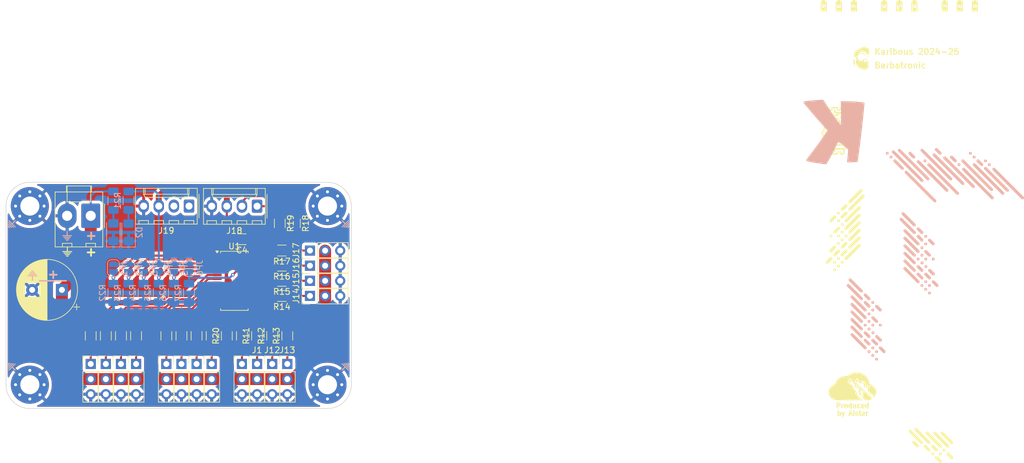
<source format=kicad_pcb>
(kicad_pcb (version 20240108) (generator "pcbnew") (generator_version "8.0")
  (title_block (title "Servo Adaptator") (date "2025-01-25") (rev "1") (company "Les Karibous") (comment 1 "Barbatronic") (comment 2 "Produced by Aisler"))
  (layers (0 "F.Cu" signal) (31 "B.Cu" signal) (34 "B.Paste" user) (35 "F.Paste" user) (36 "B.SilkS" user "B.Silkscreen") (37 "F.SilkS" user "F.Silkscreen") (38 "B.Mask" user) (39 "F.Mask" user) (44 "Edge.Cuts" user))
  (net 0 "")
  (net 1 "+5VP")
  (net 2 "GND")
  (net 3 "Net-(D1-A)")
  (net 4 "Net-(J3-Pin_1)")
  (net 5 "Net-(J4-Pin_1)")
  (net 6 "Net-(J5-Pin_1)")
  (net 7 "Net-(J6-Pin_1)")
  (net 8 "Net-(J7-Pin_1)")
  (net 9 "Net-(J8-Pin_1)")
  (net 10 "Net-(J9-Pin_1)")
  (net 11 "Net-(J10-Pin_1)")
  (net 12 "Net-(J11-Pin_1)")
  (net 13 "+3.3V")
  (net 14 "Net-(D2-A)")
  (net 15 "Net-(J1-Pin_1)")
  (net 16 "Net-(J12-Pin_1)")
  (net 17 "Net-(J13-Pin_1)")
  (net 18 "Net-(J14-Pin_1)")
  (net 19 "Net-(J15-Pin_1)")
  (net 20 "Net-(J16-Pin_1)")
  (net 21 "Net-(J17-Pin_1)")
  (net 22 "SCL")
  (net 23 "SDA")
  (net 24 "A0")
  (net 25 "A1")
  (net 26 "A2")
  (net 27 "A3")
  (net 28 "A4")
  (net 29 "Act_00")
  (net 30 "Act_01")
  (net 31 "Act_02")
  (net 32 "Act_03")
  (net 33 "Act_04")
  (net 34 "Act_05")
  (net 35 "Act_06")
  (net 36 "Act_07")
  (net 37 "Act_08")
  (net 38 "Act_09")
  (net 39 "Act_10")
  (net 40 "Act_11")
  (net 41 "Act_12")
  (net 42 "Act_13")
  (net 43 "Act_14")
  (net 44 "Act_15")
  (net 45 "Net-(U1-~{OE})")
  (net 46 "A5")
  (footprint "kibuzzard-67951A22" (layer "F.Cu") (at 185.355846 36.354683 90)
    (property "Reference" "kibuzzard-67951A22" (hide yes))
    (property "Value" "G***" (hide yes))
  )
  (footprint "kibuzzard-67951A0B" (layer "F.Cu") (at 205.675846 36.354683 90)
    (property "Reference" "kibuzzard-67951A0B" (hide yes))
    (property "Value" "G***" (hide yes))
  )
  (footprint "Resistor_SMD:R_1206_3216Metric_Pad1.30x1.75mm_HandSolder" (layer "F.Cu") (at 85.09 91.795 90)
    (property "Reference" "R20")
    (property "Value" "10k")
  )
  (footprint "MountingHole:MountingHole_3.2mm_M3_Pad_Via" (layer "F.Cu") (at 102 70)
    (property "Reference" "H1" (hide yes))
    (property "Value" "MountingHole_Pad" (hide yes))
  )
  (footprint "Resistor_SMD:R_1206_3216Metric_Pad1.30x1.75mm_HandSolder" (layer "F.Cu") (at 80.01 91.795 90)
    (property "Reference" "R8" (hide yes))
    (property "Value" "220")
  )
  (footprint "Resistor_SMD:R_1206_3216Metric_Pad1.30x1.75mm_HandSolder" (layer "F.Cu") (at 95.25 91.794999 90)
    (property "Reference" "R13")
    (property "Value" "220")
  )
  (footprint "Capacitor_SMD:C_1206_3216Metric_Pad1.33x1.80mm_HandSolder" (layer "F.Cu") (at 87.63 75.565 180)
    (property "Reference" "C4")
    (property "Value" "10uF")
  )
  (footprint "Connector_PinHeader_2.54mm:PinHeader_1x03_P2.54mm_Vertical" (layer "F.Cu") (at 92.71 96.52)
    (property "Reference" "J12")
    (property "Value" "Conn_01x03")
  )
  (footprint "Connector_PinHeader_2.54mm:PinHeader_1x03_P2.54mm_Vertical" (layer "F.Cu") (at 74.93 96.520001)
    (property "Reference" "J11" (hide yes))
    (property "Value" "Conn_01x03")
  )
  (footprint "Connector_PinHeader_2.54mm:PinHeader_1x03_P2.54mm_Vertical" (layer "F.Cu") (at 82.55 96.520001)
    (property "Reference" "J9" (hide yes))
    (property "Value" "Conn_01x03")
  )
  (footprint "Connector_PinHeader_2.54mm:PinHeader_1x03_P2.54mm_Vertical" (layer "F.Cu") (at 64.770001 96.520001)
    (property "Reference" "J3" (hide yes))
    (property "Value" "Conn_01x03")
  )
  (footprint "Connector_PinHeader_2.54mm:PinHeader_1x03_P2.54mm_Vertical" (layer "F.Cu") (at 95.25 96.52)
    (property "Reference" "J13")
    (property "Value" "Conn_01x03")
  )
  (footprint "kibuzzard-67951A17" (layer "F.Cu") (at 195.515846 36.354683 90)
    (property "Reference" "kibuzzard-67951A17" (hide yes))
    (property "Value" "G***" (hide yes))
  )
  (footprint "LOGO" (layer "F.Cu") (at 190.215846 100.354683)
    (property "Reference" "G***" (hide yes))
    (property "Value" "LOGO" (hide yes))
  )
  (footprint "Resistor_SMD:R_1206_3216Metric_Pad1.30x1.75mm_HandSolder" (layer "F.Cu") (at 94.334999 82.550001 180)
    (property "Reference" "R15")
    (property "Value" "220")
  )
  (footprint "Resistor_SMD:R_1206_3216Metric_Pad1.30x1.75mm_HandSolder" (layer "F.Cu") (at 69.850001 91.795 90)
    (property "Reference" "R5" (hide yes))
    (property "Value" "220")
  )
  (footprint "Resistor_SMD:R_1206_3216Metric_Pad1.30x1.75mm_HandSolder" (layer "F.Cu") (at 93.98 72.898 -90)
    (property "Reference" "R19")
    (property "Value" "10k")
  )
  (footprint "LOGO" (layer "F.Cu") (at 58.311935 77.670378)
    (property "Reference" "G***" (hide yes))
    (property "Value" "LOGO" (hide yes))
  )
  (footprint "Connector_PinHeader_2.54mm:PinHeader_1x03_P2.54mm_Vertical" (layer "F.Cu") (at 99.060001 82.55 90)
    (property "Reference" "J15")
    (property "Value" "Conn_01x03")
  )
  (footprint "Connector_Molex:Molex_KK-254_AE-6410-04A_1x04_P2.54mm_Vertical" (layer "F.Cu") (at 90.17 70.02 180)
    (property "Reference" "J18")
    (property "Value" "Conn_01x04")
  )
  (footprint "LOGO" (layer "F.Cu") (at 191.611846 45.135483)
    (property "Reference" "G***" (hide yes))
    (property "Value" "LOGO" (hide yes))
  )
  (footprint "kibuzzard-679519F0" (layer "F.Cu") (at 210.755846 36.354683 90)
    (property "Reference" "kibuzzard-679519F0" (hide yes))
    (property "Value" "G***" (hide yes))
  )
  (footprint "MountingHole:MountingHole_3.2mm_M3_Pad_Via" (layer "F.Cu") (at 102 100)
    (property "Reference" "H2" (hide yes))
    (property "Value" "MountingHole_Pad" (hide yes))
  )
  (footprint "Capacitor_THT:CP_Radial_D10.0mm_P5.00mm" (layer "F.Cu") (at 57.3875 84.073999 180)
    (property "Reference" "C1" (hide yes))
    (property "Value" "C_Polarized_Small" (hide yes))
  )
  (footprint "Resistor_SMD:R_1206_3216Metric_Pad1.30x1.75mm_HandSolder" (layer "F.Cu") (at 77.47 91.795 90)
    (property "Reference" "R7" (hide yes))
    (property "Value" "220")
  )
  (footprint "Resistor_SMD:R_1206_3216Metric_Pad1.30x1.75mm_HandSolder" (layer "F.Cu") (at 64.77 91.795 90)
    (property "Reference" "R3" (hide yes))
    (property "Value" "220")
  )
  (footprint "MountingHole:MountingHole_3.2mm_M3_Pad_Via" (layer "F.Cu") (at 52 100)
    (property "Reference" "H4" (hide yes))
    (property "Value" "MountingHole_Pad" (hide yes))
  )
  (footprint "kibuzzard-67951A10" (layer "F.Cu") (at 200.595846 36.354683 90)
    (property "Reference" "kibuzzard-67951A10" (hide yes))
    (property "Value" "G***" (hide yes))
  )
  (footprint "Resistor_SMD:R_1206_3216Metric_Pad1.30x1.75mm_HandSolder" (layer "F.Cu") (at 94.334999 80.01 180)
    (property "Reference" "R16")
    (property "Value" "220")
  )
  (footprint "Connector_PinHeader_2.54mm:PinHeader_1x03_P2.54mm_Vertical" (layer "F.Cu") (at 67.310001 96.520001)
    (property "Reference" "J10" (hide yes))
    (property "Value" "Conn_01x03")
  )
  (footprint "kibuzzard-67951A14" (layer "F.Cu") (at 198.055846 36.354683 90)
    (property "Reference" "kibuzzard-67951A14" (hide yes))
    (property "Value" "G***" (hide yes))
  )
  (footprint "Connector_PinHeader_2.54mm:PinHeader_1x03_P2.54mm_Vertical" (layer "F.Cu") (at 87.63 96.52)
    (property "Reference" "J7" (hide yes))
    (property "Value" "Conn_01x03")
  )
  (footprint "Resistor_SMD:R_1206_3216Metric_Pad1.30x1.75mm_HandSolder" (layer "F.Cu") (at 82.55 91.795 90)
    (property "Reference" "R9" (hide yes))
    (property "Value" "220")
  )
  (footprint "Connector_PinHeader_2.54mm:PinHeader_1x03_P2.54mm_Vertical" (layer "F.Cu") (at 69.85 96.520001)
    (property "Reference" "J6" (hide yes))
    (property "Value" "Conn_01x03")
  )
  (footprint "Connector_Molex:Molex_KK-254_AE-6410-04A_1x04_P2.54mm_Vertical" (layer "F.Cu") (at 78.74 70 180)
    (property "Reference" "J19")
    (property "Value" "Conn_01x04")
  )
  (footprint "Connector_PinHeader_2.54mm:PinHeader_1x03_P2.54mm_Vertical" (layer "F.Cu") (at 80.01 96.520001)
    (property "Reference" "J8" (hide yes))
    (property "Value" "Conn_01x03")
  )
  (footprint "Resistor_SMD:R_1206_3216Metric_Pad1.30x1.75mm_HandSolder" (layer "F.Cu") (at 96.52 72.898 -90)
    (property "Reference" "R18")
    (property "Value" "10k")
  )
  (footprint "kibuzzard-67951A07" (layer "F.Cu") (at 208.215846 36.354683 90)
    (property "Reference" "kibuzzard-67951A07" (hide yes))
    (property "Value" "G***" (hide yes))
  )
  (footprint "Connector_PinHeader_2.54mm:PinHeader_1x03_P2.54mm_Vertical" (layer "F.Cu") (at 99.060001 85.09 90)
    (property "Reference" "J14")
    (property "Value" "Conn_01x03")
  )
  (footprint "Connector_PinHeader_2.54mm:PinHeader_1x03_P2.54mm_Vertical" (layer "F.Cu") (at 62.230001 96.520001)
    (property "Reference" "J5" (hide yes))
    (property "Value" "Conn_01x03")
  )
  (footprint "Connector_PinHeader_2.54mm:PinHeader_1x03_P2.54mm_Vertical" (layer "F.Cu") (at 77.47 96.520001)
    (property "Reference" "J4" (hide yes))
    (property "Value" "Conn_01x03")
  )
  (footprint "Resistor_SMD:R_1206_3216Metric_Pad1.30x1.75mm_HandSolder" (layer "F.Cu") (at 92.71 91.794999 90)
    (property "Reference" "R12")
    (property "Value" "220")
  )
  (footprint "Resistor_SMD:R_1206_3216Metric_Pad1.30x1.75mm_HandSolder" (layer "F.Cu") (at 74.93 91.795 90)
    (property "Reference" "R6" (hide yes))
    (property "Value" "220")
  )
  (footprint "Resistor_SMD:R_1206_3216Metric_Pad1.30x1.75mm_HandSolder" (layer "F.Cu") (at 62.229999 91.795 90)
    (property "Reference" "R2" (hide yes))
    (property "Value" "220")
  )
  (footprint "Package_SO:TSSOP-28_4.4x9.7mm_P0.65mm" (layer "F.Cu") (at 86.36 82.55)
    (property "Reference" "U1")
    (property "Value" "PCA9685PW")
  )
  (footprint "Resistor_SMD:R_1206_3216Metric_Pad1.30x1.75mm_HandSolder" (layer "F.Cu") (at 67.310001 91.795 90)
    (property "Reference" "R4" (hide yes))
    (property "Value" "220")
  )
  (footprint "kibuzzard-67951A1B" (layer "F.Cu") (at 190.435846 36.354683 90)
    (property "Reference" "kibuzzard-67951A1B" (hide yes))
    (property "Value" "G***" (hide yes))
  )
  (footprint "Resistor_SMD:R_1206_3216Metric_Pad1.30x1.75mm_HandSolder" (layer "F.Cu") (at 90.17 91.794999 90)
    (property "Reference" "R11")
    (property "Value" "220")
  )
  (footprint "Connector_PinHeader_2.54mm:PinHeader_1x03_P2.54mm_Vertical" (layer "F.Cu") (at 99.060001 77.470001 90)
    (property "Reference" "J17")
    (property "Value" "Conn_01x03")
  )
  (footprint "kibuzzard-67951A1E" (layer "F.Cu") (at 187.895846 36.354683 90)
    (property "Reference" "kibuzzard-67951A1E" (hide yes))
    (property "Value" "G***" (hide yes))
  )
  (footprint "LOGO" (layer "F.Cu") (at 187.215846 57.354683)
    (property "Reference" "G***" (hide yes))
    (property "Value" "LOGO" (hide yes))
  )
  (footprint "Connector_Molex:Molex_KK-396_A-41791-0002_1x02_P3.96mm_Vertical" (layer "F.Cu") (at 62.23 71.631971 180)
    (property "Reference" "J2" (hide yes))
    (property "Value" "Conn_01x02")
  )
  (footprint "Connector_PinHeader_2.54mm:PinHeader_1x03_P2.54mm_Vertical" (layer "F.Cu") (at 90.17 96.52)
    (property "Reference" "J1")
    (property "Value" "Conn_01x03")
  )
  (footprint "Resistor_SMD:R_1206_3216Metric_Pad1.30x1.75mm_HandSolder" (layer "F.Cu") (at 94.334999 85.090001 180)
    (property "Reference" "R14")
    (property "Value" "220")
  )
  (footprint "Resistor_SMD:R_1206_3216Metric_Pad1.30x1.75mm_HandSolder" (layer "F.Cu") (at 87.63 91.794999 90)
    (property "Reference" "R10" (hide yes))
    (property "Value" "220")
  )
  (footprint "Resistor_SMD:R_1206_3216Metric_Pad1.30x1.75mm_HandSolder" (layer "F.Cu") (at 94.334999 77.47 180)
    (property "Reference" "R17")
    (property "Value" "220")
  )
  (footprint "Connector_PinHeader_2.54mm:PinHeader_1x03_P2.54mm_Vertical" (layer "F.Cu") (at 99.060001 80.01 90)
    (property "Reference" "J16")
    (property "Value" "Conn_01x03")
  )
  (footprint "MountingHole:MountingHole_3.2mm_M3_Pad_Via" (layer "F.Cu") (at 52 70)
    (property "Reference" "H3" (hide yes))
    (property "Value" "MountingHole_Pad" (hide yes))
  )
  (footprint "Jumper:SolderJumper-2_P1.3mm_Open_RoundedPad1.0x1.5mm" (layer "B.Cu") (at 68.58 80.401995 90)
    (property "Reference" "JP2")
    (property "Value" "SolderJumper_2_Open")
  )
  (footprint "LED_SMD:LED_1206_3216Metric_Pad1.42x1.75mm_HandSolder" (layer "B.Cu") (at 68.58 74.422 90)
    (property "Reference" "D2")
    (property "Value" "LED_Small")
  )
  (footprint "Jumper:SolderJumper-2_P1.3mm_Open_RoundedPad1.0x1.5mm" (layer "B.Cu") (at 73.66 80.401996 90)
    (property "Reference" "JP4")
    (property "Value" "SolderJumper_2_Open")
  )
  (footprint "Jumper:SolderJumper-2_P1.3mm_Open_RoundedPad1.0x1.5mm" (layer "B.Cu") (at 66.039999 80.401998 90)
    (property "Reference" "JP1")
    (property "Value" "SolderJumper_2_Open")
  )
  (footprint "LED_SMD:LED_1206_3216Metric_Pad1.42x1.75mm_HandSolder" (layer "B.Cu") (at 66.04 74.398 90)
    (property "Reference" "D1" (hide yes))
    (property "Value" "LED_Small")
  )
  (footprint "Jumper:SolderJumper-2_P1.3mm_Open_RoundedPad1.0x1.5mm" (layer "B.Cu") (at 78.739999 80.401998 90)
    (property "Reference" "JP6")
    (property "Value" "SolderJumper_2_Open")
  )
  (footprint "Resistor_SMD:R_1206_3216Metric_Pad1.30x1.75mm_HandSolder" (layer "B.Cu") (at 73.66 84.581997 -90)
    (property "Reference" "R25")
    (property "Value" "10k")
  )
  (footprint "Resistor_SMD:R_1206_3216Metric_Pad1.30x1.75mm_HandSolder" (layer "B.Cu") (at 66.040001 84.581997 -90)
    (property "Reference" "R22")
    (property "Value" "10k")
  )
  (footprint "LOGO" (layer "B.Cu") (at 58.26382 75 180)
    (property "Reference" "G***" (hide yes))
    (property "Value" "LOGO" (hide yes))
  )
  (footprint "Jumper:SolderJumper-2_P1.3mm_Open_RoundedPad1.0x1.5mm" (layer "B.Cu") (at 71.12 80.402 90)
    (property "Reference" "JP3")
    (property "Value" "SolderJumper_2_Open")
  )
  (footprint "LOGO" (layer "B.Cu") (at 105 73 -135)
    (property "Reference" "G***" (hide yes))
    (property "Value" "LOGO" (hide yes))
  )
  (footprint "LOGO" (layer "B.Cu") (at 49 73 135)
    (property "Reference" "G***" (hide yes))
    (property "Value" "LOGO" (hide yes))
  )
  (footprint "Resistor_SMD:R_1206_3216Metric_Pad1.30x1.75mm_HandSolder" (layer "B.Cu") (at 78.739999 84.581996 -90)
    (property "Reference" "R27")
    (property "Value" "10k")
  )
  (footprint "Resistor_SMD:R_1206_3216Metric_Pad1.30x1.75mm_HandSolder" (layer "B.Cu") (at 66.04 69.088 -90)
    (property "Reference" "R1" (hide yes))
    (property "Value" "1k")
  )
  (footprint "LOGO" (layer "B.Cu") (at 49 97 45)
    (property "Reference" "G***" (hide yes))
    (property "Value" "LOGO" (hide yes))
  )
  (footprint "Resistor_SMD:R_1206_3216Metric_Pad1.30x1.75mm_HandSolder" (layer "B.Cu") (at 68.580001 84.582001 -90)
    (property "Reference" "R23")
    (property "Value" "10k")
  )
  (footprint "Resistor_SMD:R_1206_3216Metric_Pad1.30x1.75mm_HandSolder" (layer "B.Cu") (at 76.199999 84.581996 -90)
    (property "Reference" "R26")
    (property "Value" "10k")
  )
  (footprint "Resistor_SMD:R_1206_3216Metric_Pad1.30x1.75mm_HandSolder" (layer "B.Cu") (at 71.12 84.582 -90)
    (property "Reference" "R24")
    (property "Value" "10k")
  )
  (footprint "Jumper:SolderJumper-2_P1.3mm_Open_RoundedPad1.0x1.5mm" (layer "B.Cu") (at 76.199999 80.401995 90)
    (property "Reference" "JP5")
    (property "Value" "SolderJumper_2_Open")
  )
  (footprint "LOGO" (layer "B.Cu") (at 52.449581 81.674056)
    (property "Reference" "G***" (hide yes))
    (property "Value" "LOGO" (hide yes))
  )
  (footprint "Resistor_SMD:R_1206_3216Metric_Pad1.30x1.75mm_HandSolder" (layer "B.Cu") (at 68.58 69.088 -90)
    (property "Reference" "R21")
    (property "Value" "1k")
  )
  (footprint "LOGO" (layer "B.Cu") (at 105 97 -45)
    (property "Reference" "G***" (hide yes))
    (property "Value" "LOGO" (hide yes))
  )
  (gr_line (start 201.850846 83.339682) (end 201.850846 83.339682) (stroke (width 0.5)) (layer "B.SilkS"))
  (gr_line (start 194.867097 90.005933) (end 194.867097 90.005933) (stroke (width 0.5)) (layer "B.SilkS"))
  (gr_line (start 210.627403 61.766239) (end 210.627403 61.766239) (stroke (width 0.5)) (layer "B.SilkS"))
  (gr_line (start 198.358346 72.227183) (end 200.580846 74.449683) (stroke (width 0.5)) (layer "B.SilkS"))
  (gr_line (start 198.562403 63.671239) (end 197.292403 62.401239) (stroke (width 0.5)) (layer "B.SilkS"))
  (gr_line (start 201.863959 65.702795) (end 197.037071 60.875907) (stroke (width 0.5)) (layer "B.SilkS"))
  (gr_line (start 206.055847 67.354682) (end 201.228959 62.527795) (stroke (width 0.5)) (layer "B.SilkS"))
  (gr_line (start 215.454291 67.863127) (end 210.627403 63.036239) (stroke (width 0.5)) (layer "B.SilkS"))
  (gr_line (start 204.024291 69.133127) (end 199.197403 64.306239) (stroke (width 0.5)) (layer "B.SilkS"))
  (gr_line (start 207.834291 67.863127) (end 203.007403 63.036239) (stroke (width 0.5)) (layer "B.SilkS"))
  (gr_line (start 213.549291 67.228127) (end 208.722403 62.401239) (stroke (width 0.5)) (layer "B.SilkS"))
  (gr_line (start 201.850846 76.989682) (end 201.850846 76.989682) (stroke (width 0.5)) (layer "B.SilkS"))
  (gr_line (start 196.022403 61.131239) (end 196.022403 61.131239) (stroke (width 0.5)) (layer "B.SilkS"))
  (gr_line (start 201.215845 81.434683) (end 201.850846 82.069683) (stroke (width 0.5)) (layer "B.SilkS"))
  (gr_line (start 189.469596 83.338434) (end 191.692096 85.560934) (stroke (width 0.5)) (layer "B.SilkS"))
  (gr_line (start 58.1025 82.55) (end 53.657499 82.55) (stroke (width 0.25)) (layer "B.SilkS"))
  (gr_line (start 203.120846 84.609683) (end 203.120846 84.609683) (stroke (width 0.5)) (layer "B.SilkS"))
  (gr_line (start 203.755847 78.894682) (end 203.755847 78.894682) (stroke (width 0.5)) (layer "B.SilkS"))
  (gr_line (start 210.500847 66.719683) (end 205.673959 61.892795) (stroke (width 0.5)) (layer "B.SilkS"))
  (gr_line (start 203.755846 82.704683) (end 204.390846 83.339683) (stroke (width 0.5)) (layer "B.SilkS"))
  (gr_line (start 218.755847 68.624683) (end 213.928959 63.797795) (stroke (width 0.5)) (layer "B.SilkS"))
  (gr_line (start 193.597095 87.465934) (end 193.597095 87.465934) (stroke (width 0.5)) (layer "B.SilkS"))
  (gr_line (start 202.485845 82.704683) (end 202.485845 82.704683) (stroke (width 0.5)) (layer "B.SilkS"))
  (gr_line (start 206.690847 65.449683) (end 201.863959 60.622795) (stroke (width 0.5)) (layer "B.SilkS"))
  (gr_line (start 216.215846 67.354683) (end 212.532403 63.671239) (stroke (width 0.5)) (layer "B.SilkS"))
  (gr_line (start 190.104596 86.513434) (end 192.327095 88.735934) (stroke (width 0.5)) (layer "B.SilkS"))
  (gr_line (start 198.675846 71.274683) (end 200.580846 73.179683) (stroke (width 0.5)) (layer "B.SilkS"))
  (gr_line (start 192.327096 84.925934) (end 192.962096 85.560934) (stroke (width 0.5)) (layer "B.SilkS"))
  (gr_line (start 193.597096 90.005934) (end 193.597096 90.005934) (stroke (width 0.5)) (layer "B.SilkS"))
  (gr_line (start 192.327095 90.005933) (end 192.327095 90.005933) (stroke (width 0.5)) (layer "B.SilkS"))
  (gr_poly (pts (xy 186.000323 62.38156) (xy 186.204194 62.018146) (xy 186.408603 61.642885) (xy 186.610876 61.261043) (xy 186.808335 60.877885) (xy 186.998306 60.498677) (xy 187.17811 60.128686) (xy 187.345074 59.773176) (xy 187.49652 59.437414) (xy 187.714268 58.943144) (xy 187.953267 59.109698) (xy 188.119272 59.228117) (xy 188.290646 59.355641) (xy 188.466083 59.491207) (xy 188.644277 59.633754) (xy 188.823922 59.782219) (xy 189.003711 59.93554) (xy 189.182338 60.092654) (xy 189.358498 60.2525) (xy 189.57803 60.45488) (xy 189.572292 60.681828) (xy 189.566655 60.814347) (xy 189.55589 60.987846) (xy 189.523062 61.40999) (xy 189.481977 61.852676) (xy 189.46089 62.051852) (xy 189.440803 62.220318) (xy 189.433365 62.281843) (xy 189.427325 62.339796) (xy 189.422752 62.392869) (xy 189.419714 62.439755) (xy 189.418278 62.479144) (xy 189.418512 62.509729) (xy 189.419276 62.521312) (xy 189.420484 62.530203) (xy 189.422142 62.536238) (xy 189.424261 62.539256) (xy 189.441434 62.541565) (xy 189.480883 62.542302) (xy 189.615245 62.539644) (xy 190.026294 62.521892) (xy 190.47561 62.495357) (xy 190.657806 62.48172) (xy 190.781393 62.469397) (xy 190.942597 62.448433) (xy 191.083888 61.426928) (xy 191.238561 60.276264) (xy 191.398752 59.027201) (xy 191.551622 57.78204) (xy 191.68433 56.643082) (xy 191.934723 54.256887) (xy 192.039798 53.186092) (xy 192.077466 52.733758) (xy 192.03987 52.726473) (xy 191.943397 52.713162) (xy 191.622712 52.67416) (xy 191.213199 52.628136) (xy 190.812647 52.58648) (xy 190.700014 52.577072) (xy 190.555419 52.567602) (xy 190.194306 52.549503) (xy 189.777231 52.534238) (xy 189.352119 52.523862) (xy 188.350526 52.506293) (xy 188.375027 52.932407) (xy 188.390922 53.699595) (xy 188.393561 54.883796) (xy 188.38431 56.007898) (xy 188.375653 56.398313) (xy 188.364536 56.594787) (xy 188.34031 56.751733) (xy 187.908086 56.195066) (xy 187.549494 55.725966) (xy 187.195844 55.249005) (xy 186.849909 54.768217) (xy 186.514459 54.287636) (xy 186.192269 53.811295) (xy 185.886109 53.343228) (xy 185.598752 52.88747) (xy 185.33297 52.448053) (xy 185.232352 52.277802) (xy 185.053709 52.277802) (xy 184.75099 52.287202) (xy 184.337556 52.312534) (xy 183.360828 52.393787) (xy 182.888673 52.441102) (xy 182.488085 52.487141) (xy 182.204631 52.527601) (xy 182.121071 52.544394) (xy 182.083884 52.55818) (xy 182.080779 52.561172) (xy 182.080104 52.561905) (xy 182.079496 52.562664) (xy 182.078966 52.563467) (xy 182.078528 52.564328) (xy 182.078195 52.565265) (xy 182.077979 52.566293) (xy 182.077893 52.56743) (xy 182.07795 52.568691) (xy 182.078163 52.570092) (xy 182.078544 52.571651) (xy 182.079107 52.573383) (xy 182.079863 52.575305) (xy 182.080827 52.577432) (xy 182.08201 52.579782) (xy 182.083425 52.582371) (xy 182.085086 52.585215) (xy 182.087004 52.588329) (xy 182.089194 52.591732) (xy 182.094436 52.599465) (xy 182.100914 52.608543) (xy 182.108732 52.619099) (xy 182.11799 52.631262) (xy 182.128792 52.645162) (xy 182.14124 52.66093) (xy 182.155435 52.678698) (xy 182.171481 52.698594) (xy 182.189479 52.720751) (xy 182.209532 52.745298) (xy 182.231743 52.772365) (xy 182.283044 52.834586) (xy 182.3442 52.908456) (xy 182.416032 52.99502) (xy 182.59499 53.21041) (xy 183.434713 54.208906) (xy 184.243489 55.146902) (xy 185 56) (xy 185.682924 56.743808) (xy 185.786173 56.854879) (xy 185.878557 56.956354) (xy 185.958992 57.046943) (xy 186.026394 57.125362) (xy 186.07968 57.190321) (xy 186.117766 57.240534) (xy 186.13077 57.259708) (xy 186.139569 57.274713) (xy 186.144025 57.285387) (xy 186.144583 57.28905) (xy 186.144004 57.291571) (xy 186.077048 57.39717) (xy 185.959682 57.575062) (xy 185.625729 58.071102) (xy 185.246148 58.626442) (xy 184.924944 59.087832) (xy 184.491418 59.688189) (xy 183.939525 60.436507) (xy 183.366069 61.202519) (xy 182.867855 61.855961) (xy 182.799319 61.945524) (xy 182.736211 62.029862) (xy 182.679852 62.107075) (xy 182.631565 62.17526) (xy 182.59267 62.232514) (xy 182.564491 62.276937) (xy 182.554832 62.293742) (xy 182.548348 62.306625) (xy 182.545204 62.31535) (xy 182.544936 62.318078) (xy 182.545564 62.319678) (xy 182.560773 62.326347) (xy 182.59485 62.33631) (xy 182.712526 62.364705) (xy 182.884434 62.402026) (xy 183.096412 62.445439) (xy 183.583941 62.539197) (xy 183.831172 62.583871) (xy 184.061835 62.623295) (xy 184.381519 62.672993) (xy 184.752041 62.725354) (xy 185.162374 62.778882) (xy 185.601493 62.832081) (xy 185.734733 62.847643) (xy 186.000323 62.38156)) (stroke (width 0.264582)) (fill solid) (layer "B.SilkS"))
  (gr_line (start 203.120846 82.069682) (end 202.485846 81.434683) (stroke (width 0.5)) (layer "B.SilkS"))
  (gr_line (start 213.167403 63.036239) (end 213.167403 63.036239) (stroke (width 0.5)) (layer "B.SilkS"))
  (gr_line (start 192.327096 91.275934) (end 192.962096 91.910934) (stroke (width 0.5)) (layer "B.SilkS"))
  (gr_line (start 194.867096 93.815934) (end 195.502096 94.450934) (stroke (width 0.5)) (layer "B.SilkS"))
  (gr_line (start 201.215845 78.894682) (end 201.215845 78.894682) (stroke (width 0.5)) (layer "B.SilkS"))
  (gr_line (start 201.850846 79.529683) (end 201.879365 79.529683) (stroke (width 0.5)) (layer "B.SilkS"))
  (gr_line (start 198.993346 74.132181) (end 201.215846 76.354683) (stroke (width 0.5)) (layer "B.SilkS"))
  (gr_line (start 202.485846 78.894683) (end 202.485846 78.894683) (stroke (width 0.5)) (layer "B.SilkS"))
  (gr_line (start 198.993346 79.212183) (end 200.580846 80.799683) (stroke (width 0.5)) (layer "B.SilkS"))
  (gr_line (start 202.514364 80.158284) (end 202.514364 80.158284) (stroke (width 0.5)) (layer "B.SilkS"))
  (gr_line (start 194.232096 94.450934) (end 194.232096 94.450934) (stroke (width 0.5)) (layer "B.SilkS"))
  (gr_line (start 203.120846 83.339683) (end 203.120846 83.339683) (stroke (width 0.5)) (layer "B.SilkS"))
  (gr_line (start 202.880847 65.449683) (end 198.053959 60.622795) (stroke (width 0.5)) (layer "B.SilkS"))
  (gr_line (start 202.485846 77.624683) (end 203.120847 78.259682) (stroke (width 0.5)) (layer "B.SilkS"))
  (gr_line (start 192.962096 90.640934) (end 192.990615 90.640934) (stroke (width 0.5)) (layer "B.SilkS"))
  (gr_line (start 190.104596 87.783433) (end 191.692096 89.370933) (stroke (width 0.5)) (layer "B.SilkS"))
  (gr_line (start 189.787096 82.385934) (end 191.692096 84.290934) (stroke (width 0.5)) (layer "B.SilkS"))
  (gr_line (start 193.597096 88.735934) (end 194.232097 89.370933) (stroke (width 0.5)) (layer "B.SilkS"))
  (gr_line (start 194.232096 93.180933) (end 193.597096 92.545934) (stroke (width 0.5)) (layer "B.SilkS"))
  (gr_line (start 201.215846 80.164683) (end 201.850846 80.799683) (stroke (width 0.5)) (layer "B.SilkS"))
  (gr_line (start 202.485846 75.084683) (end 202.485846 75.084683) (stroke (width 0.5)) (layer "B.SilkS"))
  (gr_line (start 212.532403 62.401239) (end 212.532403 62.401239) (stroke (width 0.5)) (layer "B.SilkS"))
  (gr_line (start 198.993346 75.402183) (end 201.215845 77.624683) (stroke (width 0.5)) (layer "B.SilkS"))
  (gr_line (start 202.372403 62.401239) (end 202.372403 62.401239) (stroke (width 0.5)) (layer "B.SilkS"))
  (gr_line (start 201.215846 73.814683) (end 201.850846 74.449683) (stroke (width 0.5)) (layer "B.SilkS"))
  (gr_line (start 190.104595 91.593433) (end 192.327096 93.815934) (stroke (width 0.5)) (layer "B.SilkS"))
  (gr_line (start 193.597095 95.085933) (end 193.597095 95.085933) (stroke (width 0.5)) (layer "B.SilkS"))
  (gr_line (start 207.452403 62.401239) (end 206.817403 61.766239) (stroke (width 0.5)) (layer "B.SilkS"))
  (gr_line (start 198.993346 77.942183) (end 200.580846 79.529683) (stroke (width 0.5)) (layer "B.SilkS"))
  (gr_line (start 208.722403 66.211239) (end 203.895515 61.384351) (stroke (width 0.5)) (layer "B.SilkS"))
  (gr_line (start 192.327095 86.195933) (end 192.962096 86.830934) (stroke (width 0.5)) (layer "B.SilkS"))
  (gr_line (start 194.232096 95.720934) (end 194.232096 95.720934) (stroke (width 0.5)) (layer "B.SilkS"))
  (gr_line (start 201.850846 78.259683) (end 201.850846 78.259683) (stroke (width 0.5)) (layer "B.SilkS"))
  (gr_line (start 203.149365 80.793284) (end 203.784365 81.428284) (stroke (width 0.5)) (layer "B.SilkS"))
  (gr_line (start 203.120846 75.719682) (end 203.755846 76.354683) (stroke (width 0.5)) (layer "B.SilkS"))
  (gr_line (start 198.993345 80.482182) (end 201.215846 82.704683) (stroke (width 0.5)) (layer "B.SilkS"))
  (gr_line (start 211.897403 63.036239) (end 211.262403 62.40124) (stroke (width 0.5)) (layer "B.SilkS"))
  (gr_line (start 190.104596 89.053434) (end 191.692096 90.640934) (stroke (width 0.5)) (layer "B.SilkS"))
  (gr_line (start 194.232096 86.830933) (end 194.867096 87.465934) (stroke (width 0.5)) (layer "B.SilkS"))
  (gr_line (start 202.485845 76.354683) (end 202.485845 76.354683) (stroke (width 0.5)) (layer "B.SilkS"))
  (gr_line (start 192.962096 94.450933) (end 192.962096 94.450933) (stroke (width 0.5)) (layer "B.SilkS"))
  (gr_line (start 194.260615 91.904535) (end 194.895615 92.539535) (stroke (width 0.5)) (layer "B.SilkS"))
  (gr_line (start 193.625614 91.269535) (end 193.625614 91.269535) (stroke (width 0.5)) (layer "B.SilkS"))
  (gr_line (start 204.912403 61.131239) (end 204.277403 60.496239) (stroke (width 0.5)) (layer "B.SilkS"))
  (gr_line (start 192.962096 88.100933) (end 192.962096 88.100933) (stroke (width 0.5)) (layer "B.SilkS"))
  (gr_line (start 192.962096 89.370934) (end 192.962096 89.370934) (stroke (width 0.5)) (layer "B.SilkS"))
  (gr_line (start 201.215845 75.084682) (end 201.850846 75.719683) (stroke (width 0.5)) (layer "B.SilkS"))
  (gr_line (start 198.993346 76.672182) (end 200.580846 78.259682) (stroke (width 0.5)) (layer "B.SilkS"))
  (gr_line (start 190.104596 85.243432) (end 192.327096 87.465934) (stroke (width 0.5)) (layer "B.SilkS"))
  (gr_line (start 196.657403 61.766239) (end 196.657403 61.766239) (stroke (width 0.5)) (layer "B.SilkS"))
  (gr_line (start 193.597095 93.815934) (end 193.597095 93.815934) (stroke (width 0.5)) (layer "B.SilkS"))
  (gr_line (start 193.597096 86.195934) (end 193.597096 86.195934) (stroke (width 0.5)) (layer "B.SilkS"))
  (gr_line (start 190.104596 90.323434) (end 191.692096 91.910934) (stroke (width 0.5)) (layer "B.SilkS"))
  (gr_line (start 208.087403 63.036238) (end 208.087403 63.036238) (stroke (width 0.5)) (layer "B.SilkS"))
  (gr_line (start 192.327095 92.545934) (end 192.962096 93.180934) (stroke (width 0.5)) (layer "B.SilkS"))
  (gr_line (start 200.467403 61.766239) (end 199.832403 61.131238) (stroke (width 0.5)) (layer "B.SilkS"))
  (gr_line (start 213.675847 68.624683) (end 208.848959 63.797795) (stroke (width 0.5)) (layer "B.SilkS"))
  (gr_line (start 209.992402 61.131239) (end 209.992402 61.131239) (stroke (width 0.5)) (layer "B.SilkS"))
  (gr_line (start 202.485845 83.974682) (end 202.485845 83.974682) (stroke (width 0.5)) (layer "B.SilkS"))
  (gr_line (start 204.310846 112.259682) (end 204.945846 112.894682) (stroke (width 0.5)) (layer "F.SilkS"))
  (gr_line (start 187.171077 76.904534) (end 186.536077 77.539534) (stroke (width 0.5)) (layer "F.SilkS"))
  (gr_line (start 187.834596 72.465933) (end 187.834596 72.465933) (stroke (width 0.5)) (layer "F.SilkS"))
  (gr_line (start 188.469596 79.450933) (end 188.469596 79.450933) (stroke (width 0.5)) (layer "F.SilkS"))
  (gr_line (start 191.327096 70.243433) (end 189.104596 72.465933) (stroke (width 0.5)) (layer "F.SilkS"))
  (gr_line (start 205.580846 110.989682) (end 205.580846 110.989682) (stroke (width 0.5)) (layer "F.SilkS"))
  (gr_line (start 189.104596 76.275933) (end 188.469596 76.910933) (stroke (width 0.5)) (layer "F.SilkS"))
  (gr_line (start 202.723346 108.132182) (end 204.945846 110.354682) (stroke (width 0.5)) (layer "F.SilkS"))
  (gr_line (start 200.818346 107.497182) (end 203.040846 109.719682) (stroke (width 0.5)) (layer "F.SilkS"))
  (gr_line (start 186.564596 78.815933) (end 185.929596 79.450933) (stroke (width 0.5)) (layer "F.SilkS"))
  (gr_line (start 189.104596 69.925933) (end 188.469596 70.560933) (stroke (width 0.5)) (layer "F.SilkS"))
  (gr_line (start 191.327096 76.593433) (end 189.104596 78.815933) (stroke (width 0.5)) (layer "F.SilkS"))
  (gr_line (start 205.263346 108.132182) (end 206.850846 109.719682) (stroke (width 0.5)) (layer "F.SilkS"))
  (gr_line (start 191.962096 68.338433) (end 189.739596 70.560933) (stroke (width 0.5)) (layer "F.SilkS"))
  (gr_line (start 187.834596 75.005933) (end 187.834596 75.005933) (stroke (width 0.5)) (layer "F.SilkS"))
  (gr_line (start 187.199596 78.180933) (end 187.834596 77.545933) (stroke (width 0.5)) (layer "F.SilkS"))
  (gr_line (start 187.834596 78.815933) (end 187.834596 78.815933) (stroke (width 0.5)) (layer "F.SilkS"))
  (gr_line (start 189.104596 71.195933) (end 188.469596 71.830933) (stroke (width 0.5)) (layer "F.SilkS"))
  (gr_line (start 191.327096 71.513433) (end 189.104596 73.735933) (stroke (width 0.5)) (layer "F.SilkS"))
  (gr_line (start 188.469596 73.100933) (end 188.469596 73.100933) (stroke (width 0.5)) (layer "F.SilkS"))
  (gr_line (start 204.945847 111.624682) (end 204.945847 111.624682) (stroke (width 0.5)) (layer "F.SilkS"))
  (gr_line (start 191.327096 74.053433) (end 189.739596 75.640933) (stroke (width 0.5)) (layer "F.SilkS"))
  (gr_line (start 191.327096 75.323433) (end 189.739596 76.910933) (stroke (width 0.5)) (layer "F.SilkS"))
  (gr_line (start 206.215846 111.624682) (end 206.850846 112.259682) (stroke (width 0.5)) (layer "F.SilkS"))
  (gr_line (start 187.199596 80.720933) (end 187.199596 80.720933) (stroke (width 0.5)) (layer "F.SilkS"))
  (gr_line (start 188.469596 75.640933) (end 188.441077 75.640933) (stroke (width 0.5)) (layer "F.SilkS"))
  (gr_line (start 191.644596 67.385933) (end 189.739596 69.290933) (stroke (width 0.5)) (layer "F.SilkS"))
  (gr_line (start 203.675846 111.624682) (end 203.675846 111.624682) (stroke (width 0.5)) (layer "F.SilkS"))
  (gr_line (start 189.104596 75.005933) (end 189.104596 75.005933) (stroke (width 0.5)) (layer "F.SilkS"))
  (gr_line (start 186.564596 75.005933) (end 186.564596 75.005933) (stroke (width 0.5)) (layer "F.SilkS"))
  (gr_line (start 187.199596 71.830933) (end 186.564596 72.465933) (stroke (width 0.5)) (layer "F.SilkS"))
  (gr_line (start 203.675846 110.354681) (end 204.310846 110.989682) (stroke (width 0.5)) (layer "F.SilkS"))
  (gr_line (start 200.468352 109.660903) (end 201.103352 110.295903) (stroke (width 0.5)) (layer "F.SilkS"))
  (gr_line (start 187.834596 73.735933) (end 187.199596 74.370933) (stroke (width 0.5)) (layer "F.SilkS"))
  (gr_line (start 189.104596 77.545933) (end 188.469596 78.180933) (stroke (width 0.5)) (layer "F.SilkS"))
  (gr_line (start 203.993346 108.132182) (end 206.215846 110.354682) (stroke (width 0.5)) (layer "F.SilkS"))
  (gr_line (start 188.469596 74.370933) (end 188.469596 74.370933) (stroke (width 0.5)) (layer "F.SilkS"))
  (gr_line (start 199.865846 107.814682) (end 201.770846 109.719682) (stroke (width 0.5)) (layer "F.SilkS"))
  (gr_line (start 187.834596 71.195933) (end 187.834596 71.195933) (stroke (width 0.5)) (layer "F.SilkS"))
  (gr_line (start 187.806077 76.269534) (end 187.806077 76.269534) (stroke (width 0.5)) (layer "F.SilkS"))
  (gr_line (start 187.199596 79.450933) (end 187.199596 79.450933) (stroke (width 0.5)) (layer "F.SilkS"))
  (gr_line (start 191.327096 72.783433) (end 189.739596 74.370933) (stroke (width 0.5)) (layer "F.SilkS"))
  (gr_line (start 187.834596 80.085933) (end 187.834596 80.085933) (stroke (width 0.5)) (layer "F.SilkS"))
  (gr_line (start 202.405846 110.354682) (end 203.040846 110.989682) (stroke (width 0.5)) (layer "F.SilkS"))
  (gr_line (start 52 66) (end 102 66) (stroke (width 0.1)) (layer "Edge.Cuts"))
  (gr_line (start 48 100) (end 48 70) (stroke (width 0.1)) (layer "Edge.Cuts"))
  (gr_arc (start 52 104) (mid 49.171573 102.828427) (end 48 100) (stroke (width 0.1)) (layer "Edge.Cuts"))
  (gr_arc (start 102 66) (mid 104.828427 67.171573) (end 106 70) (stroke (width 0.1)) (layer "Edge.Cuts"))
  (gr_arc (start 48 70) (mid 49.171573 67.171573) (end 52 66) (stroke (width 0.1)) (layer "Edge.Cuts"))
  (gr_arc (start 106 100) (mid 104.828427 102.828427) (end 102 104) (stroke (width 0.1)) (layer "Edge.Cuts"))
  (gr_line (start 102 104) (end 52 104) (stroke (width 0.1)) (layer "Edge.Cuts"))
  (gr_line (start 106 70) (end 106 100) (stroke (width 0.1)) (layer "Edge.Cuts"))
  (gr_text "+" (at 62.305473 74.90377 0) (layer "B.SilkS") (effects (font (size 1.5 1.5) (thickness 0.3)) (justify mirror)))
  (gr_text "+" (at 55.932567 81.63047 180) (layer "B.SilkS") (effects (font (size 1.5 1.5) (thickness 0.3)) (justify mirror)))
  (gr_text "+" (at 62.281416 77.670378 0) (layer "F.SilkS") (effects (font (size 1.5 1.5) (thickness 0.3))))
  (gr_text "Barbatronic" (at 198.215846 46.354683 -0) (layer "F.SilkS") (effects (font (size 1 1) (thickness 0.2))))
  (gr_text "Carte Servo" (at 190.390846 57.354683 -90) (layer "F.SilkS") (effects (font (size 1 1) (thickness 0.2))))
  (gr_text "Karibous 2024-25" (at 201.009846 44.068683 0) (layer "F.SilkS") (effects (font (size 1 1) (thickness 0.2))))
  (gr_text "Produced\nby Aisler" (at 190.215846 104.164683 0) (layer "F.SilkS") (effects (font (size 0.8 0.8) (thickness 0.2))))
  (segment (start 62.23 71.631971) (end 62.23 79.231499) (width 2) (layer "F.Cu") (net 1))
  (segment (start 95.25 99.06) (end 96.266 99.06) (width 2) (layer "F.Cu") (net 1))
  (segment (start 95.249999 99.060001) (end 95.25 99.06) (width 2) (layer "F.Cu") (net 1))
  (segment (start 96.266 99.06) (end 101.600001 93.725999) (width 2) (layer "F.Cu") (net 1))
  (segment (start 60.670001 99.060001) (end 62.230001 99.060001) (width 2) (layer "F.Cu") (net 1))
  (segment (start 62.230001 99.060001) (end 95.249999 99.060001) (width 2) (layer "F.Cu") (net 1))
  (segment (start 62.23 79.231499) (end 57.3875 84.073999) (width 2) (layer "F.Cu") (net 1))
  (segment (start 101.600001 93.725999) (end 101.600001 85.09) (width 2) (layer "F.Cu") (net 1))
  (segment (start 101.600001 85.09) (end 101.600001 77.470001) (width 2) (layer "F.Cu") (net 1))
  (segment (start 57.3875 95.7775) (end 60.670001 99.060001) (width 2) (layer "F.Cu") (net 1))
  (segment (start 57.3875 84.073999) (end 57.3875 95.7775) (width 2) (layer "F.Cu") (net 1))
  (segment (start 66.04 67.537999) (end 63.018001 67.537999) (width 0.35) (layer "B.Cu") (net 1))
  (segment (start 63.018001 67.537999) (end 62.23 68.326) (width 0.35) (layer "B.Cu") (net 1))
  (segment (start 62.23 68.326) (end 62.23 71.631971) (width 0.35) (layer "B.Cu") (net 1))
  (segment (start 66.04 70.638001) (end 66.04 72.9105) (width 0.35) (layer "B.Cu") (net 3))
  (segment (start 64.77 96.52) (end 64.770001 96.520001) (width 0.35) (layer "F.Cu") (net 4))
  (segment (start 64.77 93.345001) (end 64.77 96.52) (width 0.35) (layer "F.Cu") (net 4))
  (segment (start 77.47 93.345001) (end 77.47 96.520001) (width 0.35) (layer "F.Cu") (net 5))
  (segment (start 62.229999 93.345001) (end 62.229999 96.519999) (width 0.35) (layer "F.Cu") (net 6))
  (segment (start 62.229999 96.519999) (end 62.230001 96.520001) (width 0.35) (layer "F.Cu") (net 6))
  (segment (start 69.850001 93.345001) (end 69.850001 96.52) (width 0.35) (layer "F.Cu") (net 7))
  (segment (start 69.850001 96.52) (end 69.85 96.520001) (width 0.35) (layer "F.Cu") (net 7))
  (segment (start 87.63 93.345) (end 87.63 96.52) (width 0.35) (layer "F.Cu") (net 8))
  (segment (start 80.01 96.520001) (end 80.01 93.345001) (width 0.35) (layer "F.Cu") (net 9))
  (segment (start 82.55 93.345001) (end 82.55 96.520001) (width 0.35) (layer "F.Cu") (net 10))
  (segment (start 67.310001 93.345001) (end 67.310001 96.520001) (width 0.35) (layer "F.Cu") (net 11))
  (segment (start 74.93 93.345001) (end 74.93 96.520001) (width 0.35) (layer "F.Cu") (net 12))
  (segment (start 88.646 73.406) (end 89.1925 73.9525) (width 0.35) (layer "F.Cu") (net 13))
  (segment (start 89.535 75.565) (end 90.651999 74.448001) (width 0.35) (layer "F.Cu") (net 13))
  (segment (start 73.660001 70) (end 73.660001 68.325999) (width 1) (layer "F.Cu") (net 13))
  (segment (start 85.090001 68.326001) (end 85.090001 70.02) (width 1) (layer "F.Cu") (net 13))
  (segment (start 89.2225 75.595) (end 89.1925 75.565) (width 0.35) (layer "F.Cu") (net 13))
  (segment (start 89.1925 73.9525) (end 89.1925 75.565) (width 0.35) (layer "F.Cu") (net 13))
  (segment (start 89.1925 75.565) (end 89.535 75.565) (width 0.35) (layer "F.Cu") (net 13))
  (segment (start 85.090001 70.02) (end 85.090001 71.628001) (width 0.35) (layer "F.Cu") (net 13))
  (segment (start 84.582 67.818) (end 85.090001 68.326001) (width 1) (layer "F.Cu") (net 13))
  (segment (start 93.98 74.448001) (end 96.52 74.448001) (width 0.35) (layer "F.Cu") (net 13))
  (segment (start 74.168 67.818) (end 84.582 67.818) (width 1) (layer "F.Cu") (net 13))
  (segment (start 73.660001 68.325999) (end 74.168 67.818) (width 1) (layer "F.Cu") (net 13))
  (segment (start 85.090001 71.628001) (end 86.868 73.406) (width 0.35) (layer "F.Cu") (net 13))
  (segment (start 90.651999 74.448001) (end 93.98 74.448001) (width 0.35) (layer "F.Cu") (net 13))
  (segment (start 86.868 73.406) (end 88.646 73.406) (width 0.35) (layer "F.Cu") (net 13))
  (segment (start 89.2225 78.325) (end 89.2225 75.595) (width 0.35) (layer "F.Cu") (net 13))
  (segment (start 66.039999 79.751999) (end 78.739999 79.751999) (width 0.35) (layer "B.Cu") (net 13))
  (segment (start 68.58 67.537999) (end 73.125999 67.537999) (width 0.35) (layer "B.Cu") (net 13))
  (segment (start 73.660001 70) (end 73.660001 79.751996) (width 0.35) (layer "B.Cu") (net 13))
  (segment (start 73.660001 79.751996) (end 73.66 79.751997) (width 0.35) (layer "B.Cu") (net 13))
  (segment (start 73.125999 67.537999) (end 73.660001 68.072001) (width 0.35) (layer "B.Cu") (net 13))
  (segment (start 73.660001 68.072001) (end 73.660001 70) (width 0.35) (layer "B.Cu") (net 13))
  (segment (start 68.58 70.638001) (end 68.58 72.9345) (width 0.35) (layer "B.Cu") (net 14))
  (segment (start 90.17 93.345) (end 90.17 96.52) (width 0.35) (layer "F.Cu") (net 15))
  (segment (start 92.71 93.345) (end 92.71 96.52) (width 0.35) (layer "F.Cu") (net 16))
  (segment (start 95.25 93.345) (end 95.25 96.52) (width 0.35) (layer "F.Cu") (net 17))
  (segment (start 95.885 85.090001) (end 99.06 85.090001) (width 0.35) (layer "F.Cu") (net 18))
  (segment (start 99.06 85.090001) (end 99.060001 85.09) (width 0.35) (layer "F.Cu") (net 18))
  (segment (start 99.06 82.550001) (end 99.060001 82.55) (width 0.35) (layer "F.Cu") (net 19))
  (segment (start 95.885 82.550001) (end 99.06 82.550001) (width 0.35) (layer "F.Cu") (net 19))
  (segment (start 99.060001 80.01) (end 95.885 80.01) (width 0.35) (layer "F.Cu") (net 20))
  (segment (start 99.060001 77.470001) (end 95.885001 77.470001) (width 0.35) (layer "F.Cu") (net 21))
  (segment (start 95.885001 77.470001) (end 95.885 77.47) (width 0.35) (layer "F.Cu") (net 21))
  (segment (start 93.388 70.02) (end 93.98 70.612) (width 0.35) (layer "F.Cu") (net 22))
  (segment (start 93.98 70.612) (end 93.98 71.347999) (width 0.35) (layer "F.Cu") (net 22))
  (segment (start 90.17 70.02) (end 93.388 70.02) (width 0.35) (layer "F.Cu") (net 22))
  (segment (start 88.604 68.326) (end 95.25 68.326) (width 0.35) (layer "F.Cu") (net 23))
  (segment (start 95.25 68.326) (end 96.52 69.596) (width 0.35) (layer "F.Cu") (net 23))
  (segment (start 87.63 70.02) (end 87.63 69.3) (width 0.35) (layer "F.Cu") (net 23))
  (segment (start 87.63 69.3) (end 88.604 68.326) (width 0.35) (layer "F.Cu") (net 23))
  (segment (start 96.52 69.596) (end 96.52 70.839999) (width 0.35) (layer "F.Cu") (net 23))
  (segment (start 83.4975 78.325) (end 69.756999 78.325) (width 0.35) (layer "F.Cu") (net 24))
  (segment (start 69.756999 78.325) (end 66.039999 82.042) (width 0.35) (layer "F.Cu") (net 24))
  (via (at 66.039999 82.042) (size 0.6) (drill 0.3) (layers "F.Cu" "B.Cu") (net 24))
  (segment (start 66.039999 82.042) (end 66.039999 83.031994) (width 0.35) (layer "B.Cu") (net 24))
  (segment (start 66.039999 81.051997) (end 66.039999 82.042) (width 0.35) (layer "B.Cu") (net 24))
  (segment (start 66.039999 83.031994) (end 66.040001 83.031996) (width 0.35) (layer "B.Cu") (net 24))
  (segment (start 71.647 78.975) (end 68.58 82.042) (width 0.35) (layer "F.Cu") (net 25))
  (segment (start 83.4975 78.975) (end 71.647 78.975) (width 0.35) (layer "F.Cu") (net 25))
  (via (at 68.58 82.042) (size 0.6) (drill 0.3) (layers "F.Cu" "B.Cu") (net 25))
  (segment (start 68.58 81.051994) (end 68.58 82.042) (width 0.35) (layer "B.Cu") (net 25))
  (segment (start 68.58 83.031999) (end 68.580001 83.032) (width 0.35) (layer "B.Cu") (net 25))
  (segment (start 68.58 82.042) (end 68.58 83.031999) (width 0.35) (layer "B.Cu") (net 25))
  (segment (start 83.4975 79.625) (end 73.537 79.625) (width 0.35) (layer "F.Cu") (net 26))
  (segment (start 73.537 79.625) (end 71.12 82.042) (width 0.35) (layer "F.Cu") (net 26))
  (via (at 71.12 82.042) (size 0.6) (drill 0.3) (layers "F.Cu" "B.Cu") (net 26))
  (segment (start 71.12 82.042) (end 71.12 83.031999) (width 0.35) (layer "B.Cu") (net 26))
  (segment (start 71.12 81.051999) (end 71.12 82.042) (width 0.35) (layer "B.Cu") (net 26))
  (segment (start 83.4975 80.275) (end 75.427 80.275) (width 0.35) (layer "F.Cu") (net 27))
  (segment (start 75.427 80.275) (end 73.66 82.042) (width 0.35) (layer "F.Cu") (net 27))
  (via (at 73.66 82.042) (size 0.6) (drill 0.3) (layers "F.Cu" "B.Cu") (net 27))
  (segment (start 73.66 81.051995) (end 73.66 82.042) (width 0.35) (layer "B.Cu") (net 27))
  (segment (start 73.66 82.042) (end 73.66 83.031996) (width 0.35) (layer "B.Cu") (net 27))
  (segment (start 77.316999 80.925) (end 76.199999 82.042) (width 0.35) (layer "F.Cu") (net 28))
  (segment (start 83.4975 80.925) (end 77.316999 80.925) (width 0.35) (layer "F.Cu") (net 28))
  (via (at 76.199999 82.042) (size 0.6) (drill 0.3) (layers "F.Cu" "B.Cu") (net 28))
  (segment (start 76.199999 82.042) (end 76.199999 83.031995) (width 0.35) (layer "B.Cu") (net 28))
  (segment (start 76.199999 81.051994) (end 76.199999 82.042) (width 0.35) (layer "B.Cu") (net 28))
  (segment (start 64.176 85.938) (end 62.229999 87.884001) (width 0.35) (layer "F.Cu") (net 29))
  (segment (start 75.179158 85.094842) (end 74.336 85.938) (width 0.35) (layer "F.Cu") (net 29))
  (segment (start 74.336 85.938) (end 64.176 85.938) (width 0.35) (layer "F.Cu") (net 29))
  (segment (start 78.32091 85.094842) (end 75.179158 85.094842) (width 0.35) (layer "F.Cu") (net 29))
  (segment (start 62.229999 87.884001) (end 62.229999 90.244999) (width 0.35) (layer "F.Cu") (net 29))
  (segment (start 81.840752 81.575) (end 78.32091 85.094842) (width 0.35) (layer "F.Cu") (net 29))
  (segment (start 83.4975 81.575) (end 81.840752 81.575) (width 0.35) (layer "F.Cu") (net 29))
  (segment (start 74.563818 86.488) (end 66.166 86.488) (width 0.35) (layer "F.Cu") (net 30))
  (segment (start 64.77 87.884) (end 64.77 90.244999) (width 0.35) (layer "F.Cu") (net 30))
  (segment (start 66.166 86.488) (end 64.77 87.884) (width 0.35) (layer "F.Cu") (net 30))
  (segment (start 83.4975 82.225) (end 81.96857 82.225) (width 0.35) (layer "F.Cu") (net 30))
  (segment (start 75.406976 85.644842) (end 74.563818 86.488) (width 0.35) (layer "F.Cu") (net 30))
  (segment (start 78.548728 85.644842) (end 75.406976 85.644842) (width 0.35) (layer "F.Cu") (net 30))
  (segment (start 81.96857 82.225) (end 78.548728 85.644842) (width 0.35) (layer "F.Cu") (net 30))
  (segment (start 68.156001 87.038) (end 67.310001 87.884) (width 0.35) (layer "F.Cu") (net 31))
  (segment (start 78.776546 86.194842) (end 75.634794 86.194842) (width 0.35) (layer "F.Cu") (net 31))
  (segment (start 83.4975 82.875) (end 82.096388 82.875) (width 0.35) (layer "F.Cu") (net 31))
  (segment (start 67.310001 87.884) (end 67.310001 90.244999) (width 0.35) (layer "F.Cu") (net 31))
  (segment (start 75.634794 86.194842) (end 74.791636 87.038) (width 0.35) (layer "F.Cu") (net 31))
  (segment (start 74.791636 87.038) (end 68.156001 87.038) (width 0.35) (layer "F.Cu") (net 31))
  (segment (start 82.096388 82.875) (end 78.776546 86.194842) (width 0.35) (layer "F.Cu") (net 31))
  (segment (start 70.146 87.588) (end 69.850001 87.883999) (width 0.35) (layer "F.Cu") (net 32))
  (segment (start 79.004364 86.744842) (end 75.862612 86.744842) (width 0.35) (layer "F.Cu") (net 32))
  (segment (start 69.850001 87.883999) (end 69.850001 90.244999) (width 0.35) (layer "F.Cu") (net 32))
  (segment (start 75.019454 87.588) (end 70.146 87.588) (width 0.35) (layer "F.Cu") (net 32))
  (segment (start 75.862612 86.744842) (end 75.019454 87.588) (width 0.35) (layer "F.Cu") (net 32))
  (segment (start 83.4975 83.525) (end 82.224206 83.525) (width 0.35) (layer "F.Cu") (net 32))
  (segment (start 82.224206 83.525) (end 79.004364 86.744842) (width 0.35) (layer "F.Cu") (net 32))
  (segment (start 83.4975 84.175) (end 82.352024 84.175) (width 0.35) (layer "F.Cu") (net 33))
  (segment (start 76.281158 87.294842) (end 74.93 88.646) (width 0.35) (layer "F.Cu") (net 33))
  (segment (start 74.93 88.646) (end 74.93 90.244999) (width 0.35) (layer "F.Cu") (net 33))
  (segment (start 82.352024 84.175) (end 79.232182 87.294842) (width 0.35) (layer "F.Cu") (net 33))
  (segment (start 79.232182 87.294842) (end 76.281158 87.294842) (width 0.35) (layer "F.Cu") (net 33))
  (segment (start 83.4975 84.825) (end 82.479842 84.825) (width 0.35) (layer "F.Cu") (net 34))
  (segment (start 79.46 87.844842) (end 78.271158 87.844842) (width 0.35) (layer "F.Cu") (net 34))
  (segment (start 82.479842 84.825) (end 79.46 87.844842) (width 0.35) (layer "F.Cu") (net 34))
  (segment (start 78.271158 87.844842) (end 77.47 88.646) (width 0.35) (layer "F.Cu") (net 34))
  (segment (start 77.47 88.646) (end 77.47 90.244999) (width 0.35) (layer "F.Cu") (net 34))
  (segment (start 80.01 88.07266) (end 80.01 90.244999) (width 0.35) (layer "F.Cu") (net 35))
  (segment (start 82.60766 85.475) (end 80.01 88.07266) (width 0.35) (layer "F.Cu") (net 35))
  (segment (start 83.4975 85.475) (end 82.60766 85.475) (width 0.35) (layer "F.Cu") (net 35))
  (segment (start 83.4975 86.125) (end 82.735478 86.125) (width 0.35) (layer "F.Cu") (net 36))
  (segment (start 82.042 86.818478) (end 82.042 88.9) (width 0.35) (layer "F.Cu") (net 36))
  (segment (start 82.042 88.9) (end 82.55 89.408) (width 0.35) (layer "F.Cu") (net 36))
  (segment (start 82.735478 86.125) (end 82.042 86.818478) (width 0.35) (layer "F.Cu") (net 36))
  (segment (start 82.55 89.408) (end 82.55 90.244999) (width 0.35) (layer "F.Cu") (net 36))
  (segment (start 89.2225 86.775) (end 88.231 86.775) (width 0.35) (layer "F.Cu") (net 37))
  (segment (start 88.231 86.775) (end 87.63 87.376) (width 0.35) (layer "F.Cu") (net 37))
  (segment (start 87.63 87.376) (end 87.63 90.244998) (width 0.35) (layer "F.Cu") (net 37))
  (segment (start 90.17 89.408) (end 90.17 90.244998) (width 0.35) (layer "F.Cu") (net 38))
  (segment (start 90.678 86.661454) (end 90.678 88.9) (width 0.35) (layer "F.Cu") (net 38))
  (segment (start 90.678 88.9) (end 90.17 89.408) (width 0.35) (layer "F.Cu") (net 38))
  (segment (start 90.141546 86.125) (end 90.678 86.661454) (width 0.35) (layer "F.Cu") (net 38))
  (segment (start 89.2225 86.125) (end 90.141546 86.125) (width 0.35) (layer "F.Cu") (net 38))
  (segment (start 92.71 87.915636) (end 92.71 90.244998) (width 0.35) (layer "F.Cu") (net 39))
  (segment (start 90.269364 85.475) (end 92.71 87.915636) (width 0.35) (layer "F.Cu") (net 39))
  (segment (start 89.2225 85.475) (end 90.269364 85.475) (width 0.35) (layer "F.Cu") (net 39))
  (segment (start 94.742 87.884) (end 95.25 88.392) (width 0.35) (layer "F.Cu") (net 40))
  (segment (start 93.456182 87.884) (end 94.742 87.884) (width 0.35) (layer "F.Cu") (net 40))
  (segment (start 89.2225 84.825) (end 90.397182 84.825) (width 0.35) (layer "F.Cu") (net 40))
  (segment (start 90.397182 84.825) (end 93.456182 87.884) (width 0.35) (layer "F.Cu") (net 40))
  (segment (start 95.25 88.392) (end 95.25 90.244998) (width 0.35) (layer "F.Cu") (net 40))
  (segment (start 90.525 84.175) (end 91.440001 85.090001) (width 0.35) (layer "F.Cu") (net 41))
  (segment (start 91.440001 85.090001) (end 92.784998 85.090001) (width 0.35) (layer "F.Cu") (net 41))
  (segment (start 89.2225 84.175) (end 90.525 84.175) (width 0.35) (layer "F.Cu") (net 41))
  (segment (start 90.240158 83.525) (end 91.215157 82.550001) (width 0.35) (layer "F.Cu") (net 42))
  (segment (start 89.2225 83.525) (end 90.240158 83.525) (width 0.35) (layer "F.Cu") (net 42))
  (segment (start 91.215157 82.550001) (end 92.784998 82.550001) (width 0.35) (layer "F.Cu") (net 42))
  (segment (start 91.736 80.01) (end 92.784998 80.01) (width 0.35) (layer "F.Cu") (net 43))
  (segment (start 91.228 80.518) (end 91.736 80.01) (width 0.35) (layer "F.Cu") (net 43))
  (segment (start 91.228 81.75934) (end 91.228 80.518) (width 0.35) (layer "F.Cu") (net 43))
  (segment (start 90.11234 82.875) (end 91.228 81.75934) (width 0.35) (layer "F.Cu") (net 43))
  (segment (start 89.2225 82.875) (end 90.11234 82.875) (width 0.35) (layer "F.Cu") (net 43))
  (segment (start 89.984522 82.225) (end 90.678 81.531522) (width 0.35) (layer "F.Cu") (net 44))
  (segment (start 89.2225 82.225) (end 89.984522 82.225) (width 0.35) (layer "F.Cu") (net 44))
  (segment (start 90.678 77.978) (end 91.186 77.47) (width 0.35) (layer "F.Cu") (net 44))
  (segment (start 90.678 81.531522) (end 90.678 77.978) (width 0.35) (layer "F.Cu") (net 44))
  (segment (start 91.186 77.47) (end 92.784998 77.47) (width 0.35) (layer "F.Cu") (net 44))
  (segment (start 86.614 86.868) (end 85.09 88.392) (width 0.35) (layer "F.Cu") (net 45))
  (segment (start 87.335 81.575) (end 86.614 82.296) (width 0.35) (layer "F.Cu") (net 45))
  (segment (start 89.2225 81.575) (end 87.335 81.575) (width 0.35) (layer "F.Cu") (net 45))
  (segment (start 85.09 88.392) (end 85.09 90.244999) (width 0.35) (layer "F.Cu") (net 45))
  (segment (start 86.614 82.296) (end 86.614 86.868) (width 0.35) (layer "F.Cu") (net 45))
  (segment (start 86.715 80.925) (end 86.106 81.534) (width 0.35) (layer "F.Cu") (net 46))
  (segment (start 89.2225 80.925) (end 86.715 80.925) (width 0.35) (layer "F.Cu") (net 46))
  (via (at 86.106 81.534) (size 0.6) (drill 0.3) (layers "F.Cu" "B.Cu") (net 46))
  (segment (start 85.598 82.042) (end 78.739999 82.042) (width 0.35) (layer "B.Cu") (net 46))
  (segment (start 78.739999 82.042) (end 78.739999 83.031995) (width 0.35) (layer "B.Cu") (net 46))
  (segment (start 78.739999 81.051997) (end 78.739999 82.042) (width 0.35) (layer "B.Cu") (net 46))
  (segment (start 86.106 81.534) (end 85.598 82.042) (width 0.35) (layer "B.Cu") (net 46))
  (zone (net 2) (net_name "GND") (layers "F&B.Cu") (connect_pads (clearance 0.508)) (min_thickness 0.25) (fill yes (thermal_gap 0.5) (thermal_bridge_width 0.5))
    (polygon (pts (xy 47 64.77) (xy 107.315 64.77) (xy 107.315 104.775) (xy 46.99 105.41)))
  )
)
</source>
